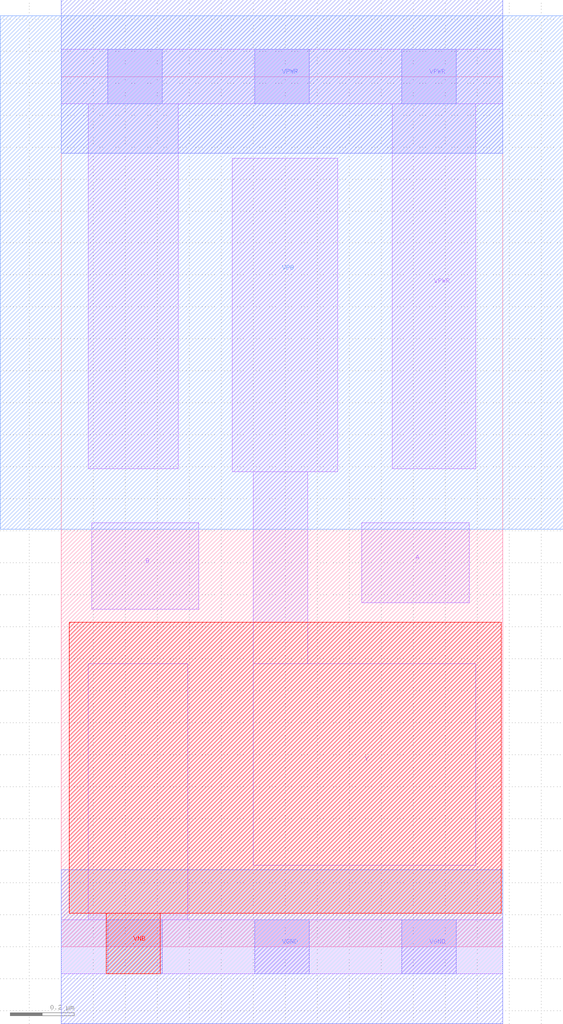
<source format=lef>
VERSION 5.7 ;
  NOWIREEXTENSIONATPIN ON ;
  DIVIDERCHAR "/" ;
  BUSBITCHARS "[]" ;
MACRO sky130_fd_sc_hd__nand2_1
  CLASS CORE ;
  FOREIGN sky130_fd_sc_hd__nand2_1 ;
  ORIGIN 0.000 0.000 ;
  SIZE 1.380 BY 2.720 ;
  SYMMETRY X Y R90 ;
  SITE unithd ;
  PIN A
    DIRECTION INPUT ;
    USE SIGNAL ;
    ANTENNAGATEAREA 0.247500 ;
    PORT
      LAYER li1 ;
        RECT 0.940 1.075 1.275 1.325 ;
    END
  END A
  PIN B
    DIRECTION INPUT ;
    USE SIGNAL ;
    ANTENNAGATEAREA 0.247500 ;
    PORT
      LAYER li1 ;
        RECT 0.095 1.055 0.430 1.325 ;
    END
  END B
  PIN VGND
    DIRECTION INOUT ;
    USE GROUND ;
    SHAPE ABUTMENT ;
    PORT
      LAYER li1 ;
        RECT 0.085 0.085 0.395 0.885 ;
        RECT 0.000 -0.085 1.380 0.085 ;
      LAYER mcon ;
        RECT 0.145 -0.085 0.315 0.085 ;
        RECT 0.605 -0.085 0.775 0.085 ;
        RECT 1.065 -0.085 1.235 0.085 ;
      LAYER met1 ;
        RECT 0.000 -0.240 1.380 0.240 ;
    END
  END VGND
  PIN VNB
    DIRECTION INOUT ;
    USE GROUND ;
    PORT
      LAYER pwell ;
        RECT 0.025 0.105 1.375 1.015 ;
        RECT 0.140 -0.085 0.310 0.105 ;
    END
  END VNB
  PIN VPB
    DIRECTION INOUT ;
    USE POWER ;
    PORT
      LAYER nwell ;
        RECT -0.190 1.305 1.570 2.910 ;
    END
  END VPB
  PIN VPWR
    DIRECTION INOUT ;
    USE POWER ;
    SHAPE ABUTMENT ;
    PORT
      LAYER li1 ;
        RECT 0.000 2.635 1.380 2.805 ;
        RECT 0.085 1.495 0.365 2.635 ;
        RECT 1.035 1.495 1.295 2.635 ;
      LAYER mcon ;
        RECT 0.145 2.635 0.315 2.805 ;
        RECT 0.605 2.635 0.775 2.805 ;
        RECT 1.065 2.635 1.235 2.805 ;
      LAYER met1 ;
        RECT 0.000 2.480 1.380 2.960 ;
    END
  END VPWR
  PIN Y
    DIRECTION OUTPUT ;
    USE SIGNAL ;
    ANTENNADIFFAREA 0.439000 ;
    PORT
      LAYER li1 ;
        RECT 0.535 1.485 0.865 2.465 ;
        RECT 0.600 0.885 0.770 1.485 ;
        RECT 0.600 0.255 1.295 0.885 ;
    END
  END Y
END sky130_fd_sc_hd__nand2_1
END LIBRARY


</source>
